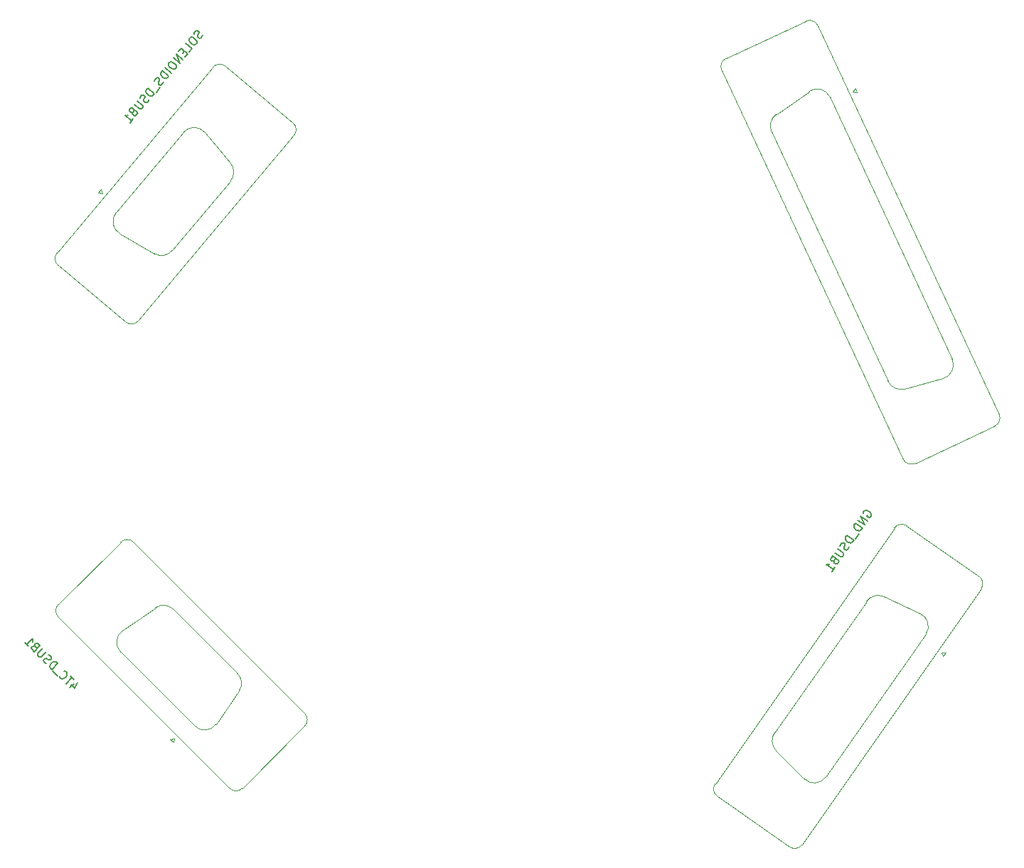
<source format=gbr>
%TF.GenerationSoftware,KiCad,Pcbnew,7.0.7*%
%TF.CreationDate,2024-03-26T09:21:43-07:00*%
%TF.ProjectId,Connector-board,436f6e6e-6563-4746-9f72-2d626f617264,rev?*%
%TF.SameCoordinates,Original*%
%TF.FileFunction,Legend,Bot*%
%TF.FilePolarity,Positive*%
%FSLAX46Y46*%
G04 Gerber Fmt 4.6, Leading zero omitted, Abs format (unit mm)*
G04 Created by KiCad (PCBNEW 7.0.7) date 2024-03-26 09:21:43*
%MOMM*%
%LPD*%
G01*
G04 APERTURE LIST*
%ADD10C,0.150000*%
%ADD11C,0.120000*%
G04 APERTURE END LIST*
D10*
X118790384Y-137599647D02*
X118318980Y-138071052D01*
X119228117Y-137498632D02*
X118891399Y-138172067D01*
X118891399Y-138172067D02*
X118453667Y-137734334D01*
X118756712Y-137094571D02*
X118352651Y-136690510D01*
X117847575Y-137599647D02*
X118554682Y-136892540D01*
X117073125Y-136690510D02*
X117073125Y-136757853D01*
X117073125Y-136757853D02*
X117140468Y-136892540D01*
X117140468Y-136892540D02*
X117207812Y-136959884D01*
X117207812Y-136959884D02*
X117342499Y-137027227D01*
X117342499Y-137027227D02*
X117477186Y-137027227D01*
X117477186Y-137027227D02*
X117578201Y-136993556D01*
X117578201Y-136993556D02*
X117746560Y-136892540D01*
X117746560Y-136892540D02*
X117847575Y-136791525D01*
X117847575Y-136791525D02*
X117948590Y-136623166D01*
X117948590Y-136623166D02*
X117982262Y-136522151D01*
X117982262Y-136522151D02*
X117982262Y-136387464D01*
X117982262Y-136387464D02*
X117914918Y-136252777D01*
X117914918Y-136252777D02*
X117847575Y-136185434D01*
X117847575Y-136185434D02*
X117712888Y-136118090D01*
X117712888Y-136118090D02*
X117645544Y-136118090D01*
X116803751Y-136690510D02*
X116265003Y-136151762D01*
X116163987Y-135916059D02*
X116871094Y-135208953D01*
X116871094Y-135208953D02*
X116702735Y-135040594D01*
X116702735Y-135040594D02*
X116568048Y-134973250D01*
X116568048Y-134973250D02*
X116433361Y-134973250D01*
X116433361Y-134973250D02*
X116332346Y-135006922D01*
X116332346Y-135006922D02*
X116163987Y-135107937D01*
X116163987Y-135107937D02*
X116062972Y-135208953D01*
X116062972Y-135208953D02*
X115961957Y-135377311D01*
X115961957Y-135377311D02*
X115928285Y-135478327D01*
X115928285Y-135478327D02*
X115928285Y-135613014D01*
X115928285Y-135613014D02*
X115995628Y-135747701D01*
X115995628Y-135747701D02*
X116163987Y-135916059D01*
X115524224Y-135208953D02*
X115389537Y-135141609D01*
X115389537Y-135141609D02*
X115221178Y-134973250D01*
X115221178Y-134973250D02*
X115187506Y-134872235D01*
X115187506Y-134872235D02*
X115187506Y-134804892D01*
X115187506Y-134804892D02*
X115221178Y-134703876D01*
X115221178Y-134703876D02*
X115288522Y-134636533D01*
X115288522Y-134636533D02*
X115389537Y-134602861D01*
X115389537Y-134602861D02*
X115456880Y-134602861D01*
X115456880Y-134602861D02*
X115557896Y-134636533D01*
X115557896Y-134636533D02*
X115726254Y-134737548D01*
X115726254Y-134737548D02*
X115827270Y-134771220D01*
X115827270Y-134771220D02*
X115894613Y-134771220D01*
X115894613Y-134771220D02*
X115995628Y-134737548D01*
X115995628Y-134737548D02*
X116062972Y-134670205D01*
X116062972Y-134670205D02*
X116096644Y-134569189D01*
X116096644Y-134569189D02*
X116096644Y-134501846D01*
X116096644Y-134501846D02*
X116062972Y-134400831D01*
X116062972Y-134400831D02*
X115894613Y-134232472D01*
X115894613Y-134232472D02*
X115759926Y-134165128D01*
X115490552Y-133828411D02*
X114918132Y-134400831D01*
X114918132Y-134400831D02*
X114817117Y-134434502D01*
X114817117Y-134434502D02*
X114749773Y-134434502D01*
X114749773Y-134434502D02*
X114648758Y-134400831D01*
X114648758Y-134400831D02*
X114514071Y-134266143D01*
X114514071Y-134266143D02*
X114480399Y-134165128D01*
X114480399Y-134165128D02*
X114480399Y-134097785D01*
X114480399Y-134097785D02*
X114514071Y-133996769D01*
X114514071Y-133996769D02*
X115086491Y-133424350D01*
X114177354Y-133188647D02*
X114042667Y-133121304D01*
X114042667Y-133121304D02*
X113975323Y-133121304D01*
X113975323Y-133121304D02*
X113874308Y-133154976D01*
X113874308Y-133154976D02*
X113773293Y-133255991D01*
X113773293Y-133255991D02*
X113739621Y-133357006D01*
X113739621Y-133357006D02*
X113739621Y-133424350D01*
X113739621Y-133424350D02*
X113773293Y-133525365D01*
X113773293Y-133525365D02*
X114042667Y-133794739D01*
X114042667Y-133794739D02*
X114749774Y-133087632D01*
X114749774Y-133087632D02*
X114514071Y-132851930D01*
X114514071Y-132851930D02*
X114413056Y-132818258D01*
X114413056Y-132818258D02*
X114345713Y-132818258D01*
X114345713Y-132818258D02*
X114244697Y-132851930D01*
X114244697Y-132851930D02*
X114177354Y-132919273D01*
X114177354Y-132919273D02*
X114143682Y-133020289D01*
X114143682Y-133020289D02*
X114143682Y-133087632D01*
X114143682Y-133087632D02*
X114177354Y-133188647D01*
X114177354Y-133188647D02*
X114413056Y-133424350D01*
X112965171Y-132717243D02*
X113369232Y-133121304D01*
X113167201Y-132919273D02*
X113874308Y-132212167D01*
X113874308Y-132212167D02*
X113840636Y-132380525D01*
X113840636Y-132380525D02*
X113840636Y-132515212D01*
X113840636Y-132515212D02*
X113874308Y-132616228D01*
X212755990Y-117292355D02*
X212771609Y-117187027D01*
X212771609Y-117187027D02*
X212853548Y-117070005D01*
X212853548Y-117070005D02*
X212974495Y-116980297D01*
X212974495Y-116980297D02*
X213107136Y-116956909D01*
X213107136Y-116956909D02*
X213212464Y-116972528D01*
X213212464Y-116972528D02*
X213395806Y-117042773D01*
X213395806Y-117042773D02*
X213512827Y-117124713D01*
X213512827Y-117124713D02*
X213641543Y-117272973D01*
X213641543Y-117272973D02*
X213692245Y-117366606D01*
X213692245Y-117366606D02*
X213715633Y-117499247D01*
X213715633Y-117499247D02*
X213672700Y-117643582D01*
X213672700Y-117643582D02*
X213618074Y-117721596D01*
X213618074Y-117721596D02*
X213497127Y-117811305D01*
X213497127Y-117811305D02*
X213430807Y-117822999D01*
X213430807Y-117822999D02*
X213157756Y-117631807D01*
X213157756Y-117631807D02*
X213267009Y-117475778D01*
X213263003Y-118228690D02*
X212443851Y-117655114D01*
X212443851Y-117655114D02*
X212935245Y-118696777D01*
X212935245Y-118696777D02*
X212116093Y-118123201D01*
X212662113Y-119086850D02*
X211842961Y-118513273D01*
X211842961Y-118513273D02*
X211706396Y-118708309D01*
X211706396Y-118708309D02*
X211663463Y-118852644D01*
X211663463Y-118852644D02*
X211686852Y-118985285D01*
X211686852Y-118985285D02*
X211737553Y-119078919D01*
X211737553Y-119078919D02*
X211866269Y-119227179D01*
X211866269Y-119227179D02*
X211983290Y-119309118D01*
X211983290Y-119309118D02*
X212166632Y-119379364D01*
X212166632Y-119379364D02*
X212271960Y-119394983D01*
X212271960Y-119394983D02*
X212404601Y-119371594D01*
X212404601Y-119371594D02*
X212525548Y-119281886D01*
X212525548Y-119281886D02*
X212662113Y-119086850D01*
X212303117Y-119765592D02*
X211866107Y-120389708D01*
X211651526Y-120530118D02*
X210832374Y-119956541D01*
X210832374Y-119956541D02*
X210695808Y-120151578D01*
X210695808Y-120151578D02*
X210652876Y-120295912D01*
X210652876Y-120295912D02*
X210676264Y-120428553D01*
X210676264Y-120428553D02*
X210726966Y-120522187D01*
X210726966Y-120522187D02*
X210855681Y-120670447D01*
X210855681Y-120670447D02*
X210972703Y-120752386D01*
X210972703Y-120752386D02*
X211156045Y-120822632D01*
X211156045Y-120822632D02*
X211261373Y-120838251D01*
X211261373Y-120838251D02*
X211394014Y-120814863D01*
X211394014Y-120814863D02*
X211514960Y-120725154D01*
X211514960Y-120725154D02*
X211651526Y-120530118D01*
X211066256Y-121282949D02*
X211023324Y-121427284D01*
X211023324Y-121427284D02*
X210886758Y-121622321D01*
X210886758Y-121622321D02*
X210793124Y-121673022D01*
X210793124Y-121673022D02*
X210726804Y-121684716D01*
X210726804Y-121684716D02*
X210621476Y-121669097D01*
X210621476Y-121669097D02*
X210543462Y-121614470D01*
X210543462Y-121614470D02*
X210492760Y-121520837D01*
X210492760Y-121520837D02*
X210481066Y-121454517D01*
X210481066Y-121454517D02*
X210496685Y-121349189D01*
X210496685Y-121349189D02*
X210566931Y-121165847D01*
X210566931Y-121165847D02*
X210582550Y-121060519D01*
X210582550Y-121060519D02*
X210570856Y-120994199D01*
X210570856Y-120994199D02*
X210520154Y-120900565D01*
X210520154Y-120900565D02*
X210442140Y-120845939D01*
X210442140Y-120845939D02*
X210336812Y-120830320D01*
X210336812Y-120830320D02*
X210270492Y-120842014D01*
X210270492Y-120842014D02*
X210176858Y-120892715D01*
X210176858Y-120892715D02*
X210040292Y-121087751D01*
X210040292Y-121087751D02*
X209997360Y-121232086D01*
X209712534Y-121555838D02*
X210375658Y-122020162D01*
X210375658Y-122020162D02*
X210426359Y-122113796D01*
X210426359Y-122113796D02*
X210438053Y-122180116D01*
X210438053Y-122180116D02*
X210422434Y-122285444D01*
X210422434Y-122285444D02*
X210313181Y-122441473D01*
X210313181Y-122441473D02*
X210219548Y-122492174D01*
X210219548Y-122492174D02*
X210153227Y-122503868D01*
X210153227Y-122503868D02*
X210047900Y-122488249D01*
X210047900Y-122488249D02*
X209384777Y-122023925D01*
X209310525Y-122960180D02*
X209267593Y-123104515D01*
X209267593Y-123104515D02*
X209279287Y-123170835D01*
X209279287Y-123170835D02*
X209329988Y-123264469D01*
X209329988Y-123264469D02*
X209447010Y-123346408D01*
X209447010Y-123346408D02*
X209552338Y-123362027D01*
X209552338Y-123362027D02*
X209618658Y-123350333D01*
X209618658Y-123350333D02*
X209712292Y-123299632D01*
X209712292Y-123299632D02*
X209930797Y-122987574D01*
X209930797Y-122987574D02*
X209111645Y-122413997D01*
X209111645Y-122413997D02*
X208920453Y-122687048D01*
X208920453Y-122687048D02*
X208904834Y-122792376D01*
X208904834Y-122792376D02*
X208916528Y-122858696D01*
X208916528Y-122858696D02*
X208967229Y-122952330D01*
X208967229Y-122952330D02*
X209045244Y-123006956D01*
X209045244Y-123006956D02*
X209150571Y-123022575D01*
X209150571Y-123022575D02*
X209216892Y-123010881D01*
X209216892Y-123010881D02*
X209310525Y-122960180D01*
X209310525Y-122960180D02*
X209501717Y-122687129D01*
X209056776Y-124235806D02*
X209384534Y-123767719D01*
X209220655Y-124001762D02*
X208401503Y-123428186D01*
X208401503Y-123428186D02*
X208573151Y-123432111D01*
X208573151Y-123432111D02*
X208705792Y-123408723D01*
X208705792Y-123408723D02*
X208799425Y-123358021D01*
X134125718Y-60368640D02*
X134070369Y-60508684D01*
X134070369Y-60508684D02*
X133917324Y-60691076D01*
X133917324Y-60691076D02*
X133819628Y-60733423D01*
X133819628Y-60733423D02*
X133752541Y-60739293D01*
X133752541Y-60739293D02*
X133648975Y-60714553D01*
X133648975Y-60714553D02*
X133576019Y-60653335D01*
X133576019Y-60653335D02*
X133533671Y-60555639D01*
X133533671Y-60555639D02*
X133527802Y-60488552D01*
X133527802Y-60488552D02*
X133552541Y-60384986D01*
X133552541Y-60384986D02*
X133638499Y-60208464D01*
X133638499Y-60208464D02*
X133663238Y-60104899D01*
X133663238Y-60104899D02*
X133657369Y-60037811D01*
X133657369Y-60037811D02*
X133615021Y-59940115D01*
X133615021Y-59940115D02*
X133542065Y-59878897D01*
X133542065Y-59878897D02*
X133438499Y-59854158D01*
X133438499Y-59854158D02*
X133371412Y-59860027D01*
X133371412Y-59860027D02*
X133273716Y-59902375D01*
X133273716Y-59902375D02*
X133120671Y-60084766D01*
X133120671Y-60084766D02*
X133065323Y-60224810D01*
X132630928Y-60668419D02*
X132508492Y-60814333D01*
X132508492Y-60814333D02*
X132483753Y-60917898D01*
X132483753Y-60917898D02*
X132495491Y-61052073D01*
X132495491Y-61052073D02*
X132610796Y-61210987D01*
X132610796Y-61210987D02*
X132866144Y-61425249D01*
X132866144Y-61425249D02*
X133042666Y-61511207D01*
X133042666Y-61511207D02*
X133176841Y-61499468D01*
X133176841Y-61499468D02*
X133274537Y-61457120D01*
X133274537Y-61457120D02*
X133396972Y-61311207D01*
X133396972Y-61311207D02*
X133421712Y-61207641D01*
X133421712Y-61207641D02*
X133409973Y-61073467D01*
X133409973Y-61073467D02*
X133294669Y-60914553D01*
X133294669Y-60914553D02*
X133039321Y-60700290D01*
X133039321Y-60700290D02*
X132862799Y-60614333D01*
X132862799Y-60614333D02*
X132728624Y-60626072D01*
X132728624Y-60626072D02*
X132630928Y-60668419D01*
X132539922Y-62332599D02*
X132846012Y-61967816D01*
X132846012Y-61967816D02*
X132079967Y-61325029D01*
X131924398Y-62251249D02*
X131710136Y-62506598D01*
X132019570Y-62952731D02*
X132325660Y-62587948D01*
X132325660Y-62587948D02*
X131559615Y-61945160D01*
X131559615Y-61945160D02*
X131253526Y-62309943D01*
X131744090Y-63281036D02*
X130978045Y-62638248D01*
X130978045Y-62638248D02*
X131376783Y-63718775D01*
X131376783Y-63718775D02*
X130610738Y-63075988D01*
X130182213Y-63586684D02*
X130059777Y-63732597D01*
X130059777Y-63732597D02*
X130035038Y-63836163D01*
X130035038Y-63836163D02*
X130046777Y-63970337D01*
X130046777Y-63970337D02*
X130162081Y-64129251D01*
X130162081Y-64129251D02*
X130417429Y-64343514D01*
X130417429Y-64343514D02*
X130593951Y-64429471D01*
X130593951Y-64429471D02*
X130728126Y-64417732D01*
X130728126Y-64417732D02*
X130825822Y-64375385D01*
X130825822Y-64375385D02*
X130948258Y-64229472D01*
X130948258Y-64229472D02*
X130972997Y-64125906D01*
X130972997Y-64125906D02*
X130961258Y-63991732D01*
X130961258Y-63991732D02*
X130845954Y-63832818D01*
X130845954Y-63832818D02*
X130590606Y-63618555D01*
X130590606Y-63618555D02*
X130414084Y-63532598D01*
X130414084Y-63532598D02*
X130279909Y-63544336D01*
X130279909Y-63544336D02*
X130182213Y-63586684D01*
X130397297Y-64886081D02*
X129631252Y-64243293D01*
X130091208Y-65250864D02*
X129325163Y-64608076D01*
X129325163Y-64608076D02*
X129172119Y-64790468D01*
X129172119Y-64790468D02*
X129116770Y-64930512D01*
X129116770Y-64930512D02*
X129128509Y-65064686D01*
X129128509Y-65064686D02*
X129170857Y-65162382D01*
X129170857Y-65162382D02*
X129286161Y-65321296D01*
X129286161Y-65321296D02*
X129395596Y-65413123D01*
X129395596Y-65413123D02*
X129572118Y-65499080D01*
X129572118Y-65499080D02*
X129675684Y-65523820D01*
X129675684Y-65523820D02*
X129809858Y-65512081D01*
X129809858Y-65512081D02*
X129938163Y-65433255D01*
X129938163Y-65433255D02*
X130091208Y-65250864D01*
X129442551Y-65949821D02*
X129387202Y-66089865D01*
X129387202Y-66089865D02*
X129234158Y-66272256D01*
X129234158Y-66272256D02*
X129136462Y-66314604D01*
X129136462Y-66314604D02*
X129069374Y-66320473D01*
X129069374Y-66320473D02*
X128965809Y-66295734D01*
X128965809Y-66295734D02*
X128892852Y-66234516D01*
X128892852Y-66234516D02*
X128850504Y-66136820D01*
X128850504Y-66136820D02*
X128844635Y-66069733D01*
X128844635Y-66069733D02*
X128869375Y-65966167D01*
X128869375Y-65966167D02*
X128955332Y-65789645D01*
X128955332Y-65789645D02*
X128980072Y-65686079D01*
X128980072Y-65686079D02*
X128974202Y-65618992D01*
X128974202Y-65618992D02*
X128931855Y-65521296D01*
X128931855Y-65521296D02*
X128858898Y-65460078D01*
X128858898Y-65460078D02*
X128755332Y-65435338D01*
X128755332Y-65435338D02*
X128688245Y-65441208D01*
X128688245Y-65441208D02*
X128590549Y-65483556D01*
X128590549Y-65483556D02*
X128437504Y-65665947D01*
X128437504Y-65665947D02*
X128382156Y-65805991D01*
X129062243Y-66625301D02*
X128572500Y-67208954D01*
X128346498Y-67330127D02*
X127580454Y-66687340D01*
X127580454Y-66687340D02*
X127427409Y-66869731D01*
X127427409Y-66869731D02*
X127372061Y-67009775D01*
X127372061Y-67009775D02*
X127383800Y-67143950D01*
X127383800Y-67143950D02*
X127426147Y-67241646D01*
X127426147Y-67241646D02*
X127541452Y-67400560D01*
X127541452Y-67400560D02*
X127650886Y-67492387D01*
X127650886Y-67492387D02*
X127827409Y-67578344D01*
X127827409Y-67578344D02*
X127930974Y-67603084D01*
X127930974Y-67603084D02*
X128065149Y-67591345D01*
X128065149Y-67591345D02*
X128193454Y-67512519D01*
X128193454Y-67512519D02*
X128346498Y-67330127D01*
X127697841Y-68029085D02*
X127642493Y-68169129D01*
X127642493Y-68169129D02*
X127489448Y-68351520D01*
X127489448Y-68351520D02*
X127391752Y-68393868D01*
X127391752Y-68393868D02*
X127324665Y-68399737D01*
X127324665Y-68399737D02*
X127221099Y-68374998D01*
X127221099Y-68374998D02*
X127148143Y-68313780D01*
X127148143Y-68313780D02*
X127105795Y-68216084D01*
X127105795Y-68216084D02*
X127099926Y-68148996D01*
X127099926Y-68148996D02*
X127124665Y-68045431D01*
X127124665Y-68045431D02*
X127210623Y-67868909D01*
X127210623Y-67868909D02*
X127235362Y-67765343D01*
X127235362Y-67765343D02*
X127229493Y-67698256D01*
X127229493Y-67698256D02*
X127187145Y-67600560D01*
X127187145Y-67600560D02*
X127114189Y-67539342D01*
X127114189Y-67539342D02*
X127010623Y-67514602D01*
X127010623Y-67514602D02*
X126943536Y-67520472D01*
X126943536Y-67520472D02*
X126845840Y-67562819D01*
X126845840Y-67562819D02*
X126692795Y-67745211D01*
X126692795Y-67745211D02*
X126637446Y-67885255D01*
X126325488Y-68182950D02*
X126945619Y-68703302D01*
X126945619Y-68703302D02*
X126987967Y-68800999D01*
X126987967Y-68800999D02*
X126993836Y-68868086D01*
X126993836Y-68868086D02*
X126969096Y-68971651D01*
X126969096Y-68971651D02*
X126846661Y-69117565D01*
X126846661Y-69117565D02*
X126748964Y-69159912D01*
X126748964Y-69159912D02*
X126681877Y-69165782D01*
X126681877Y-69165782D02*
X126578312Y-69141042D01*
X126578312Y-69141042D02*
X125958180Y-68620690D01*
X125802612Y-69546911D02*
X125747263Y-69686955D01*
X125747263Y-69686955D02*
X125753133Y-69754042D01*
X125753133Y-69754042D02*
X125795480Y-69851738D01*
X125795480Y-69851738D02*
X125904915Y-69943565D01*
X125904915Y-69943565D02*
X126008481Y-69968304D01*
X126008481Y-69968304D02*
X126075568Y-69962435D01*
X126075568Y-69962435D02*
X126173264Y-69920087D01*
X126173264Y-69920087D02*
X126418136Y-69628261D01*
X126418136Y-69628261D02*
X125652091Y-68985473D01*
X125652091Y-68985473D02*
X125437829Y-69240821D01*
X125437829Y-69240821D02*
X125413089Y-69344387D01*
X125413089Y-69344387D02*
X125418958Y-69411474D01*
X125418958Y-69411474D02*
X125461306Y-69509170D01*
X125461306Y-69509170D02*
X125534263Y-69570388D01*
X125534263Y-69570388D02*
X125637828Y-69595128D01*
X125637828Y-69595128D02*
X125704916Y-69589258D01*
X125704916Y-69589258D02*
X125802612Y-69546911D01*
X125802612Y-69546911D02*
X126016874Y-69291563D01*
X125438650Y-70795567D02*
X125805957Y-70357827D01*
X125622303Y-70576697D02*
X124856259Y-69933909D01*
X124856259Y-69933909D02*
X125026912Y-69952779D01*
X125026912Y-69952779D02*
X125161086Y-69941041D01*
X125161086Y-69941041D02*
X125258782Y-69898693D01*
D11*
%TO.C,PT_DSUB1*%
X223347153Y-98960742D02*
X208782300Y-67726314D01*
X212041519Y-67157284D02*
X211830210Y-66704130D01*
X211830210Y-66704130D02*
X211543422Y-67113706D01*
X215728325Y-101599050D02*
X201863951Y-71866803D01*
X205942676Y-58702631D02*
X196426445Y-63140123D01*
X222272322Y-101265725D02*
X217662436Y-102500940D01*
X195913734Y-64548785D02*
X217509527Y-110861113D01*
X228947131Y-105527670D02*
X207351338Y-59215342D01*
X218918189Y-111373823D02*
X228434420Y-106936332D01*
X211543422Y-67113706D02*
X212041519Y-67157284D01*
X206325692Y-67068068D02*
X202416285Y-69805465D01*
X228434420Y-106936331D02*
G75*
G03*
X228947131Y-105527670I-447976J960686D01*
G01*
X215728327Y-101599049D02*
G75*
G03*
X217662436Y-102500939I1504470J701546D01*
G01*
X202416285Y-69805465D02*
G75*
G03*
X201863951Y-71866803I952136J-1359792D01*
G01*
X217509528Y-110861112D02*
G75*
G03*
X218918189Y-111373823I960686J447976D01*
G01*
X222272322Y-101265724D02*
G75*
G03*
X223347153Y-98960742I-429638J1603435D01*
G01*
X207351338Y-59215342D02*
G75*
G03*
X205942676Y-58702632I-960686J-447976D01*
G01*
X208782299Y-67726314D02*
G75*
G03*
X206325692Y-67068069I-1504470J-701546D01*
G01*
X196426445Y-63140123D02*
G75*
G03*
X195913734Y-64548785I447975J-960686D01*
G01*
%TO.C,4TC_DSUB1*%
X124366298Y-120748748D02*
X116941677Y-128173369D01*
X116941677Y-129672435D02*
X137341708Y-150072466D01*
X124583229Y-131306046D02*
X128492636Y-128568649D01*
X124361568Y-133839635D02*
X133174507Y-142652575D01*
X130618570Y-128754645D02*
X138259498Y-136395573D01*
X130249895Y-144245438D02*
X130603448Y-144598991D01*
X130732858Y-144116028D02*
X130249895Y-144245438D01*
X130603448Y-144598991D02*
X130732858Y-144116028D01*
X135708097Y-142430914D02*
X138445493Y-138521507D01*
X146265395Y-141148778D02*
X125865365Y-120748748D01*
X138840774Y-150072466D02*
X146265395Y-142647845D01*
X125865364Y-120748749D02*
G75*
G03*
X124366299Y-120748749I-749533J-749535D01*
G01*
X116941677Y-128173369D02*
G75*
G03*
X116941677Y-129672435I749535J-749533D01*
G01*
X130618570Y-128754645D02*
G75*
G03*
X128492636Y-128568649I-1173798J-1173800D01*
G01*
X124583229Y-131306046D02*
G75*
G03*
X124361569Y-133839634I952135J-1359792D01*
G01*
X138445492Y-138521506D02*
G75*
G03*
X138259497Y-136395574I-1359790J952136D01*
G01*
X133174508Y-142652574D02*
G75*
G03*
X135708097Y-142430914I1173797J1173796D01*
G01*
X146265395Y-142647845D02*
G75*
G03*
X146265395Y-141148778I-749533J749533D01*
G01*
X137341709Y-150072465D02*
G75*
G03*
X138840773Y-150072465I749532J749532D01*
G01*
%TO.C,GND_DSUB1*%
X195398920Y-151020453D02*
X204000016Y-157043006D01*
X205476308Y-156782696D02*
X226813352Y-126310240D01*
X205772498Y-148953084D02*
X202397828Y-145578413D01*
X208306088Y-148731424D02*
X220215472Y-131723060D01*
X202211833Y-143452479D02*
X213170529Y-127801839D01*
X222294858Y-134322548D02*
X222581646Y-133912972D01*
X222083549Y-133869394D02*
X222294858Y-134322548D01*
X222581646Y-133912972D02*
X222083549Y-133869394D01*
X219557226Y-129266452D02*
X215231868Y-127249505D01*
X216475653Y-119071705D02*
X195138609Y-149544161D01*
X226553042Y-124833948D02*
X217951945Y-118811395D01*
X195138610Y-149544162D02*
G75*
G03*
X195398920Y-151020453I868302J-607990D01*
G01*
X204000017Y-157043005D02*
G75*
G03*
X205476307Y-156782695I607990J868302D01*
G01*
X202211834Y-143452480D02*
G75*
G03*
X202397828Y-145578413I1359795J-952136D01*
G01*
X205772498Y-148953084D02*
G75*
G03*
X208306088Y-148731424I1173798J1173796D01*
G01*
X215231868Y-127249505D02*
G75*
G03*
X213170529Y-127801839I-701547J-1504469D01*
G01*
X220215472Y-131723060D02*
G75*
G03*
X219557226Y-129266452I-1359791J952137D01*
G01*
X217951945Y-118811396D02*
G75*
G03*
X216475654Y-119071705I-607991J-868300D01*
G01*
X226813351Y-126310240D02*
G75*
G03*
X226553042Y-124833948I-868301J607991D01*
G01*
%TO.C,SOLENOIDS_DSUB1*%
X144865042Y-70816883D02*
X136821575Y-64067613D01*
X135328213Y-64198265D02*
X116783791Y-86298647D01*
X134366824Y-71953117D02*
X137434531Y-75609068D01*
X131823557Y-71953117D02*
X123812252Y-81500619D01*
X137434531Y-77743123D02*
X130488630Y-86020926D01*
X121970553Y-78725962D02*
X121649159Y-79108984D01*
X122141563Y-79195809D02*
X121970553Y-78725962D01*
X121649159Y-79108984D02*
X122141563Y-79195809D01*
X124253885Y-84005248D02*
X128386996Y-86391501D01*
X126451272Y-94410627D02*
X144995694Y-72310245D01*
X116914443Y-87792009D02*
X124957910Y-94541279D01*
X144995693Y-72310245D02*
G75*
G03*
X144865042Y-70816883I-812007J681355D01*
G01*
X136821576Y-64067612D02*
G75*
G03*
X135328213Y-64198265I-681355J-812010D01*
G01*
X137434530Y-77743122D02*
G75*
G03*
X137434531Y-75609068I-1271636J1067027D01*
G01*
X134366823Y-71953118D02*
G75*
G03*
X131823557Y-71953117I-1271633J-1067025D01*
G01*
X128386996Y-86391501D02*
G75*
G03*
X130488630Y-86020926I830000J1437601D01*
G01*
X123812253Y-81500620D02*
G75*
G03*
X124253885Y-84005247I1271632J-1067027D01*
G01*
X124957910Y-94541279D02*
G75*
G03*
X126451272Y-94410627I681355J812007D01*
G01*
X116783791Y-86298647D02*
G75*
G03*
X116914443Y-87792009I812007J-681355D01*
G01*
%TD*%
M02*

</source>
